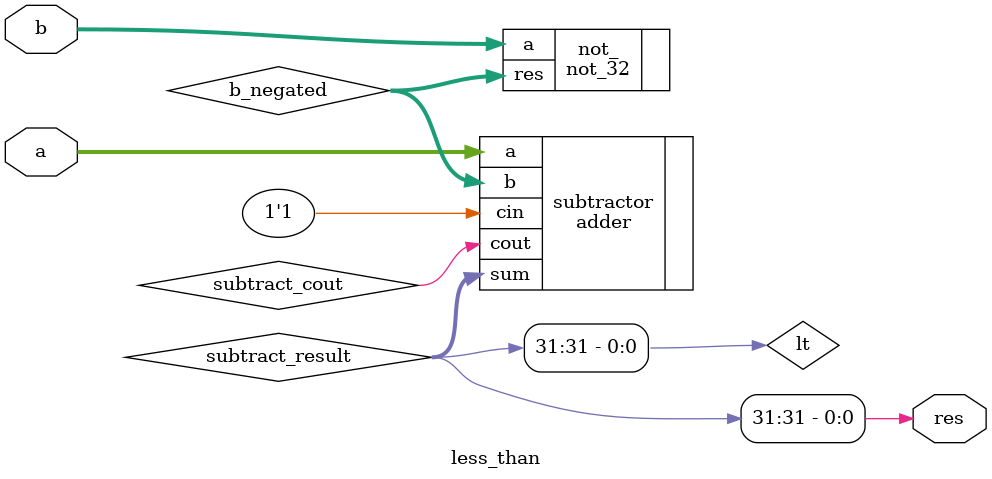
<source format=v>
module less_than(
    input [31:0] a, b,
    output res // 1 if a < b, 0 otherwise
);
wire [31:0] subtract_result;
wire [31:0] b_negated;
wire subtract_cout;

// Negate b
not_32 not_(.res(b_negated), .a(b));

// Since we are using the adder for subtractaion, we set cin to 1
adder subtractor(
.a(a),
.b(b_negated),
.cin(1'b1),
.sum(subtract_result),
.cout(subtract_cout)
);

// Determine if a < b by examining the MSB of the subtraction result
// In two's complement, if a < b, the MSB of the result is 1
wire lt = subtract_result[31]; // MSB is the sign bit in two's complement

// Since we cannot use assign, we use a buffer to assign the result
buf buf_lt(res, lt);

endmodule

</source>
